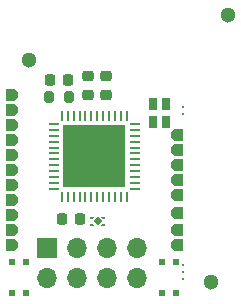
<source format=gbr>
%TF.GenerationSoftware,KiCad,Pcbnew,(5.99.0-10506-gb986797469)*%
%TF.CreationDate,2022-01-12T00:10:20+01:00*%
%TF.ProjectId,ESP31_V3,45535033-315f-4563-932e-6b696361645f,rev?*%
%TF.SameCoordinates,Original*%
%TF.FileFunction,Soldermask,Top*%
%TF.FilePolarity,Negative*%
%FSLAX46Y46*%
G04 Gerber Fmt 4.6, Leading zero omitted, Abs format (unit mm)*
G04 Created by KiCad (PCBNEW (5.99.0-10506-gb986797469)) date 2022-01-12 00:10:20*
%MOMM*%
%LPD*%
G01*
G04 APERTURE LIST*
G04 Aperture macros list*
%AMRoundRect*
0 Rectangle with rounded corners*
0 $1 Rounding radius*
0 $2 $3 $4 $5 $6 $7 $8 $9 X,Y pos of 4 corners*
0 Add a 4 corners polygon primitive as box body*
4,1,4,$2,$3,$4,$5,$6,$7,$8,$9,$2,$3,0*
0 Add four circle primitives for the rounded corners*
1,1,$1+$1,$2,$3*
1,1,$1+$1,$4,$5*
1,1,$1+$1,$6,$7*
1,1,$1+$1,$8,$9*
0 Add four rect primitives between the rounded corners*
20,1,$1+$1,$2,$3,$4,$5,0*
20,1,$1+$1,$4,$5,$6,$7,0*
20,1,$1+$1,$6,$7,$8,$9,0*
20,1,$1+$1,$8,$9,$2,$3,0*%
%AMRotRect*
0 Rectangle, with rotation*
0 The origin of the aperture is its center*
0 $1 length*
0 $2 width*
0 $3 Rotation angle, in degrees counterclockwise*
0 Add horizontal line*
21,1,$1,$2,0,0,$3*%
%AMOutline5P*
0 Free polygon, 5 corners , with rotation*
0 The origin of the aperture is its center*
0 number of corners: always 8*
0 $1 to $10 corner X, Y*
0 $11 Rotation angle, in degrees counterclockwise*
0 create outline with 8 corners*
4,1,5,$1,$2,$3,$4,$5,$6,$7,$8,$9,$10,$1,$2,$11*%
%AMOutline6P*
0 Free polygon, 6 corners , with rotation*
0 The origin of the aperture is its center*
0 number of corners: always 6*
0 $1 to $12 corner X, Y*
0 $13 Rotation angle, in degrees counterclockwise*
0 create outline with 6 corners*
4,1,6,$1,$2,$3,$4,$5,$6,$7,$8,$9,$10,$11,$12,$1,$2,$13*%
%AMOutline7P*
0 Free polygon, 7 corners , with rotation*
0 The origin of the aperture is its center*
0 number of corners: always 7*
0 $1 to $14 corner X, Y*
0 $15 Rotation angle, in degrees counterclockwise*
0 create outline with 7 corners*
4,1,7,$1,$2,$3,$4,$5,$6,$7,$8,$9,$10,$11,$12,$13,$14,$1,$2,$15*%
%AMOutline8P*
0 Free polygon, 8 corners , with rotation*
0 The origin of the aperture is its center*
0 number of corners: always 8*
0 $1 to $16 corner X, Y*
0 $17 Rotation angle, in degrees counterclockwise*
0 create outline with 8 corners*
4,1,8,$1,$2,$3,$4,$5,$6,$7,$8,$9,$10,$11,$12,$13,$14,$15,$16,$1,$2,$17*%
%AMFreePoly0*
4,1,5,0.110000,-0.125000,-0.110000,-0.125000,-0.110000,0.125000,0.360000,0.125000,0.110000,-0.125000,0.110000,-0.125000,$1*%
%AMFreePoly1*
4,1,6,0.290000,-0.055000,0.290000,-0.125000,-0.110000,-0.125000,-0.110000,0.125000,0.110000,0.125000,0.290000,-0.055000,0.290000,-0.055000,$1*%
%AMFreePoly2*
4,1,6,0.110000,-0.125000,-0.290000,-0.125000,-0.290000,-0.055000,-0.110000,0.125000,0.110000,0.125000,0.110000,-0.125000,0.110000,-0.125000,$1*%
%AMFreePoly3*
4,1,6,0.110000,-0.125000,-0.110000,-0.125000,-0.290000,0.055000,-0.290000,0.125000,0.110000,0.125000,0.110000,-0.125000,0.110000,-0.125000,$1*%
G04 Aperture macros list end*
%ADD10Outline6P,0.250000X-0.500000X-0.500000X-0.500000X-0.500000X0.500000X0.250000X0.500000X0.500000X0.250000X0.500000X-0.250000X180.000000*%
%ADD11Outline6P,0.250000X-0.500000X-0.500000X-0.500000X-0.500000X0.500000X0.250000X0.500000X0.500000X0.250000X0.500000X-0.250000X0.000000*%
%ADD12RoundRect,0.225000X-0.225000X-0.250000X0.225000X-0.250000X0.225000X0.250000X-0.225000X0.250000X0*%
%ADD13C,1.300000*%
%ADD14C,0.300000*%
%ADD15FreePoly0,180.000000*%
%ADD16FreePoly1,180.000000*%
%ADD17FreePoly2,180.000000*%
%ADD18FreePoly3,180.000000*%
%ADD19RotRect,0.480000X0.480000X225.000000*%
%ADD20RoundRect,0.225000X-0.250000X0.225000X-0.250000X-0.225000X0.250000X-0.225000X0.250000X0.225000X0*%
%ADD21RoundRect,0.062500X-0.062500X0.337500X-0.062500X-0.337500X0.062500X-0.337500X0.062500X0.337500X0*%
%ADD22RoundRect,0.062500X-0.337500X0.062500X-0.337500X-0.062500X0.337500X-0.062500X0.337500X0.062500X0*%
%ADD23R,5.300000X5.300000*%
%ADD24RoundRect,0.200000X0.200000X0.275000X-0.200000X0.275000X-0.200000X-0.275000X0.200000X-0.275000X0*%
%ADD25R,0.600000X0.600000*%
%ADD26R,0.800000X1.000000*%
%ADD27R,1.700000X1.700000*%
%ADD28O,1.700000X1.700000*%
G04 APERTURE END LIST*
D10*
%TO.C,J5*%
X118500000Y-107780000D03*
%TD*%
%TO.C,J10*%
X118500000Y-101180000D03*
%TD*%
%TO.C,J7*%
X118500000Y-109230000D03*
%TD*%
D11*
%TO.C,J18*%
X104500000Y-102870000D03*
%TD*%
D10*
%TO.C,J9*%
X118500000Y-103720000D03*
%TD*%
D12*
%TO.C,C2*%
X107725000Y-96500000D03*
X109275000Y-96500000D03*
%TD*%
D10*
%TO.C,J6*%
X118500000Y-110500000D03*
%TD*%
%TO.C,J12*%
X118500000Y-104990000D03*
%TD*%
D11*
%TO.C,J19*%
X104500000Y-100330000D03*
%TD*%
D12*
%TO.C,C1*%
X108725000Y-108300000D03*
X110275000Y-108300000D03*
%TD*%
D13*
%TO.C,REF\u002A\u002A*%
X106000000Y-94800000D03*
%TD*%
D14*
%TO.C,REF\u002A\u002A*%
X119000000Y-99400000D03*
%TD*%
%TO.C,*%
X119000000Y-112200000D03*
%TD*%
D15*
%TO.C,U1*%
X112340000Y-108825000D03*
D16*
X112340000Y-108175000D03*
D17*
X111260000Y-108175000D03*
D18*
X111260000Y-108825000D03*
D19*
X111800000Y-108500000D03*
%TD*%
D11*
%TO.C,J13*%
X104500000Y-107950000D03*
%TD*%
D20*
%TO.C,C3*%
X111000000Y-96225000D03*
X111000000Y-97775000D03*
%TD*%
D13*
%TO.C,*%
X122800000Y-91000000D03*
%TD*%
D20*
%TO.C,C4*%
X112500000Y-96225000D03*
X112500000Y-97775000D03*
%TD*%
D14*
%TO.C,*%
X119000000Y-98800000D03*
%TD*%
D11*
%TO.C,J15*%
X104500000Y-110490000D03*
%TD*%
%TO.C,J17*%
X104500000Y-106680000D03*
%TD*%
%TO.C,J14*%
X104500000Y-109220000D03*
%TD*%
D10*
%TO.C,J8*%
X118500000Y-106260000D03*
%TD*%
D21*
%TO.C,U2*%
X114250000Y-99550000D03*
X113750000Y-99550000D03*
X113250000Y-99550000D03*
X112750000Y-99550000D03*
X112250000Y-99550000D03*
X111750000Y-99550000D03*
X111250000Y-99550000D03*
X110750000Y-99550000D03*
X110250000Y-99550000D03*
X109750000Y-99550000D03*
X109250000Y-99550000D03*
X108750000Y-99550000D03*
D22*
X108050000Y-100250000D03*
X108050000Y-100750000D03*
X108050000Y-101250000D03*
X108050000Y-101750000D03*
X108050000Y-102250000D03*
X108050000Y-102750000D03*
X108050000Y-103250000D03*
X108050000Y-103750000D03*
X108050000Y-104250000D03*
X108050000Y-104750000D03*
X108050000Y-105250000D03*
X108050000Y-105750000D03*
D21*
X108750000Y-106450000D03*
X109250000Y-106450000D03*
X109750000Y-106450000D03*
X110250000Y-106450000D03*
X110750000Y-106450000D03*
X111250000Y-106450000D03*
X111750000Y-106450000D03*
X112250000Y-106450000D03*
X112750000Y-106450000D03*
X113250000Y-106450000D03*
X113750000Y-106450000D03*
X114250000Y-106450000D03*
D22*
X114950000Y-105750000D03*
X114950000Y-105250000D03*
X114950000Y-104750000D03*
X114950000Y-104250000D03*
X114950000Y-103750000D03*
X114950000Y-103250000D03*
X114950000Y-102750000D03*
X114950000Y-102250000D03*
X114950000Y-101750000D03*
X114950000Y-101250000D03*
X114950000Y-100750000D03*
X114950000Y-100250000D03*
D23*
X111500000Y-103000000D03*
%TD*%
D11*
%TO.C,J3*%
X104500000Y-105410000D03*
%TD*%
%TO.C,J4*%
X104500000Y-104140000D03*
%TD*%
D10*
%TO.C,J11*%
X118500000Y-102450000D03*
%TD*%
D24*
%TO.C,R1*%
X109325000Y-98000000D03*
X107675000Y-98000000D03*
%TD*%
D13*
%TO.C,*%
X121400000Y-113600000D03*
%TD*%
D25*
%TO.C,SW1*%
X118456000Y-111984000D03*
X118456000Y-114584000D03*
X117256000Y-114584000D03*
X117256000Y-111984000D03*
%TD*%
D14*
%TO.C,*%
X119000000Y-113400000D03*
%TD*%
D25*
%TO.C,SW2*%
X104556000Y-111984000D03*
X104556000Y-114584000D03*
X105756000Y-114584000D03*
X105756000Y-111984000D03*
%TD*%
D11*
%TO.C,J1*%
X104500000Y-97790000D03*
%TD*%
%TO.C,J16*%
X104500000Y-101600000D03*
%TD*%
D26*
%TO.C,D1*%
X117550000Y-98590000D03*
X116450000Y-98590000D03*
X116450000Y-100090000D03*
X117550000Y-100090000D03*
%TD*%
D11*
%TO.C,J2*%
X104500000Y-99060000D03*
%TD*%
D14*
%TO.C,*%
X119000000Y-112800000D03*
%TD*%
D27*
%TO.C,J20*%
X107500000Y-110725000D03*
D28*
X107500000Y-113265000D03*
X110040000Y-110725000D03*
X110040000Y-113265000D03*
X112580000Y-110725000D03*
X112580000Y-113265000D03*
X115120000Y-110725000D03*
X115120000Y-113265000D03*
%TD*%
M02*

</source>
